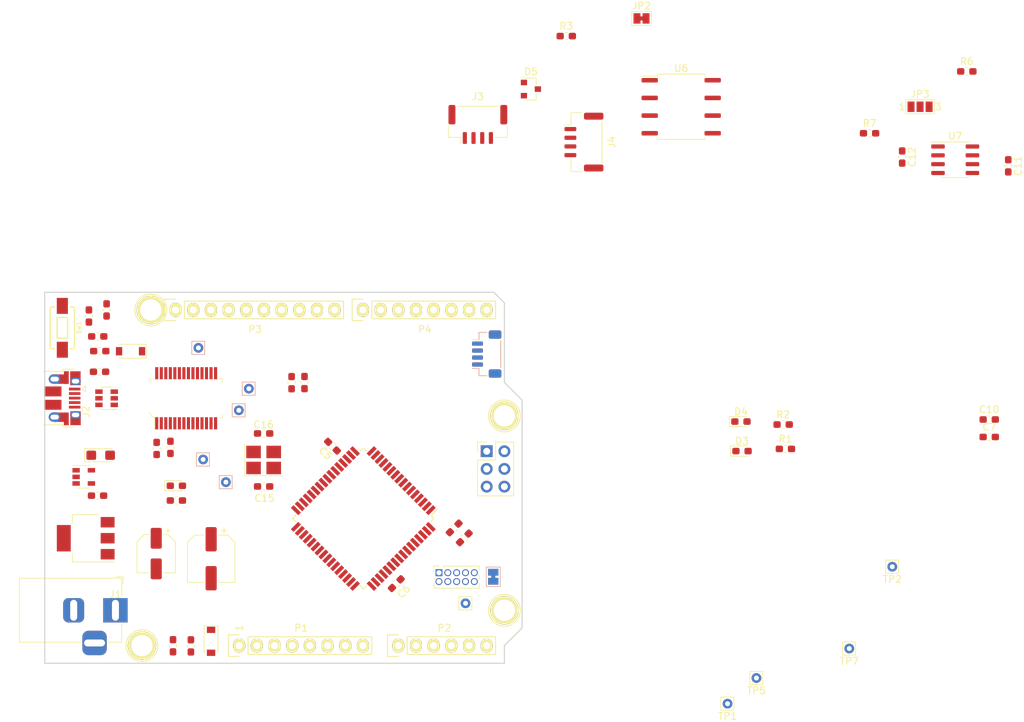
<source format=kicad_pcb>
(kicad_pcb (version 20220211) (generator pcbnew)
  (title_block (date "lun. 30 mars 2015"))
  (layers (0 "F.Cu" signal) (1 "In1.Cu" power) (2 "In2.Cu" power) (31 "B.Cu" signal) (34 "B.Paste" user) (35 "F.Paste" user) (36 "B.SilkS" user "B.Silkscreen") (37 "F.SilkS" user "F.Silkscreen") (38 "B.Mask" user) (39 "F.Mask" user) (44 "Edge.Cuts" user))
  (net 0 "")
  (net 1 "/IOREF")
  (net 2 "+5V")
  (net 3 "GND")
  (net 4 "Net-(P5-Pad1)")
  (net 5 "Net-(P6-Pad1)")
  (net 6 "Net-(P7-Pad1)")
  (net 7 "Net-(P8-Pad1)")
  (net 8 "Net-(P1-Pad1)")
  (net 9 "+3V3")
  (net 10 "Net-(1k1-Pad2)")
  (net 11 "Net-(C1-Pad1)")
  (net 12 "Net-(C3-Pad1)")
  (net 13 "Net-(C7-Pad1)")
  (net 14 "#RST")
  (net 15 "Net-(C8-Pad1)")
  (net 16 "VCC_ex0")
  (net 17 "GND_ex0")
  (net 18 "AVCC")
  (net 19 "XTAL1")
  (net 20 "XTAL2")
  (net 21 "VBUS")
  (net 22 "Net-(D2-Pad2)")
  (net 23 "Net-(D3-Pad1)")
  (net 24 "Net-(D3-Pad2)")
  (net 25 "Net-(D4-Pad1)")
  (net 26 "Net-(D4-Pad2)")
  (net 27 "CANL")
  (net 28 "CANH")
  (net 29 "Net-(F1-Pad1)")
  (net 30 "Net-(F1-Pad2)")
  (net 31 "Net-(F2-Pad2)")
  (net 32 "VIN")
  (net 33 "Net-(J2-Pad6)")
  (net 34 "CONNDM")
  (net 35 "CONNDP")
  (net 36 "Net-(J2-Pad4)")
  (net 37 "VCC_CAN")
  (net 38 "GND_CAN")
  (net 39 "SCL_ex0")
  (net 40 "SDA_ex0")
  (net 41 "TCK_ADC4")
  (net 42 "TDO_ADC6")
  (net 43 "TMS_ADC5")
  (net 44 "Net-(J6-Pad7)")
  (net 45 "TDI_ADC7")
  (net 46 "Net-(J6-Pad8)")
  (net 47 "TXD0_PDO")
  (net 48 "SCK")
  (net 49 "RXD0_PDI")
  (net 50 "Net-(JP2-Pad2)")
  (net 51 "Net-(JP3-Pad3)")
  (net 52 "Net-(JP3-Pad1)")
  (net 53 "ADC0")
  (net 54 "ADC1")
  (net 55 "ADC2")
  (net 56 "ADC3")
  (net 57 "SCL_INT0")
  (net 58 "SDA_INT1")
  (net 59 "AREF")
  (net 60 "MISO")
  (net 61 "MOSI")
  (net 62 "#SS")
  (net 63 "OC1B")
  (net 64 "OC1A")
  (net 65 "XCK0_AIN0")
  (net 66 "OC3A_AIN1")
  (net 67 "OC3B_INT4")
  (net 68 "OC2A")
  (net 69 "OC3C_INT5")
  (net 70 "T3_INT6")
  (net 71 "TXD1_INT3")
  (net 72 "RXD1_INT2")
  (net 73 "Net-(R9-Pad1)")
  (net 74 "USBDP")
  (net 75 "USBDM")
  (net 76 "Net-(TP3-Pad1)")
  (net 77 "Net-(TP5-Pad1)")
  (net 78 "Net-(TP6-Pad1)")
  (net 79 "Net-(TP7-Pad1)")
  (net 80 "Net-(TP8-Pad1)")
  (net 81 "Net-(TP9-Pad1)")
  (net 82 "Net-(U4-Pad6)")
  (net 83 "Net-(U4-Pad8)")
  (net 84 "Net-(U4-Pad9)")
  (net 85 "Net-(U4-Pad10)")
  (net 86 "Net-(U4-Pad24)")
  (net 87 "Net-(U4-Pad27)")
  (net 88 "Net-(U4-Pad28)")
  (net 89 "Net-(U5-Pad1)")
  (net 90 "ICP3_INT7")
  (net 91 "OC0A_OC1C")
  (net 92 "TOSC2")
  (net 93 "TOSC1")
  (net 94 "ICP1")
  (net 95 "TXCAN_XCK1")
  (net 96 "RXCAN_T1")
  (net 97 "T0")
  (net 98 "#WR")
  (net 99 "#RD")
  (net 100 "A8")
  (net 101 "A9")
  (net 102 "A10")
  (net 103 "A11")
  (net 104 "A12")
  (net 105 "A13")
  (net 106 "A14")
  (net 107 "A15_CLKO")
  (net 108 "ALE")
  (net 109 "AD7")
  (net 110 "AD6")
  (net 111 "AD5")
  (net 112 "AD4")
  (net 113 "AD3")
  (net 114 "AD2")
  (net 115 "AD1")
  (net 116 "AD0")
  (footprint "Socket_Arduino_Uno:Socket_Strip_Arduino_1x08" (layer "F.Cu") (at 138.938 123.825)
    (fp_text reference "P1" (at 8.89 -2.54) (layer "F.SilkS"))
    (fp_text value "Power")
    (pad "1" thru_hole oval locked (at 0 0) (size 1.7272 2.032) (drill 1.016) (layers *.Cu *.Mask "F.SilkS") (net 8 "Net-(P1-Pad1)"))
    (pad "2" thru_hole oval locked (at 2.54 0) (size 1.7272 2.032) (drill 1.016) (layers *.Cu *.Mask "F.SilkS") (net 1 "/IOREF"))
    (pad "3" thru_hole oval locked (at 5.08 0) (size 1.7272 2.032) (drill 1.016) (layers *.Cu *.Mask "F.SilkS") (net 14 "#RST"))
    (pad "4" thru_hole oval locked (at 7.62 0) (size 1.7272 2.032) (drill 1.016) (layers *.Cu *.Mask "F.SilkS") (net 9 "+3V3"))
    (pad "5" thru_hole oval locked (at 10.16 0) (size 1.7272 2.032) (drill 1.016) (layers *.Cu *.Mask "F.SilkS") (net 2 "+5V"))
    (pad "6" thru_hole oval locked (at 12.7 0) (size 1.7272 2.032) (drill 1.016) (layers *.Cu *.Mask "F.SilkS") (net 3 "GND"))
    (pad "7" thru_hole oval locked (at 15.24 0) (size 1.7272 2.032) (drill 1.016) (layers *.Cu *.Mask "F.SilkS") (net 3 "GND"))
    (pad "8" thru_hole oval locked (at 17.78 0) (size 1.7272 2.032) (drill 1.016) (layers *.Cu *.Mask "F.SilkS") (net 32 "VIN"))
  )
  (footprint "Socket_Arduino_Uno:Socket_Strip_Arduino_1x06" (layer "F.Cu") (at 161.798 123.825)
    (fp_text reference "P2" (at 6.604 -2.54) (layer "F.SilkS"))
    (fp_text value "Analog")
    (pad "1" thru_hole oval locked (at 0 0) (size 1.7272 2.032) (drill 1.016) (layers *.Cu *.Mask "F.SilkS") (net 53 "ADC0"))
    (pad "2" thru_hole oval locked (at 2.54 0) (size 1.7272 2.032) (drill 1.016) (layers *.Cu *.Mask "F.SilkS") (net 54 "ADC1"))
    (pad "3" thru_hole oval locked (at 5.08 0) (size 1.7272 2.032) (drill 1.016) (layers *.Cu *.Mask "F.SilkS") (net 55 "ADC2"))
    (pad "4" thru_hole oval locked (at 7.62 0) (size 1.7272 2.032) (drill 1.016) (layers *.Cu *.Mask "F.SilkS") (net 56 "ADC3"))
    (pad "5" thru_hole oval locked (at 10.16 0) (size 1.7272 2.032) (drill 1.016) (layers *.Cu *.Mask "F.SilkS") (net 41 "TCK_ADC4"))
    (pad "6" thru_hole oval locked (at 12.7 0) (size 1.7272 2.032) (drill 1.016) (layers *.Cu *.Mask "F.SilkS") (net 43 "TMS_ADC5"))
  )
  (footprint "Socket_Arduino_Uno:Socket_Strip_Arduino_1x10" (layer "F.Cu") (at 129.794 75.565)
    (fp_text reference "P3" (at 11.43 2.794) (layer "F.SilkS"))
    (fp_text value "Digital")
    (pad "1" thru_hole oval locked (at 0 0) (size 1.7272 2.032) (drill 1.016) (layers *.Cu *.Mask "F.SilkS") (net 57 "SCL_INT0"))
    (pad "2" thru_hole oval locked (at 2.54 0) (size 1.7272 2.032) (drill 1.016) (layers *.Cu *.Mask "F.SilkS") (net 58 "SDA_INT1"))
    (pad "3" thru_hole oval locked (at 5.08 0) (size 1.7272 2.032) (drill 1.016) (layers *.Cu *.Mask "F.SilkS") (net 59 "AREF"))
    (pad "4" thru_hole oval locked (at 7.62 0) (size 1.7272 2.032) (drill 1.016) (layers *.Cu *.Mask "F.SilkS") (net 3 "GND"))
    (pad "5" thru_hole oval locked (at 10.16 0) (size 1.7272 2.032) (drill 1.016) (layers *.Cu *.Mask "F.SilkS") (net 48 "SCK"))
    (pad "6" thru_hole oval locked (at 12.7 0) (size 1.7272 2.032) (drill 1.016) (layers *.Cu *.Mask "F.SilkS") (net 60 "MISO"))
    (pad "7" thru_hole oval locked (at 15.24 0) (size 1.7272 2.032) (drill 1.016) (layers *.Cu *.Mask "F.SilkS") (net 61 "MOSI"))
    (pad "8" thru_hole oval locked (at 17.78 0) (size 1.7272 2.032) (drill 1.016) (layers *.Cu *.Mask "F.SilkS") (net 62 "#SS"))
    (pad "9" thru_hole oval locked (at 20.32 0) (size 1.7272 2.032) (drill 1.016) (layers *.Cu *.Mask "F.SilkS") (net 63 "OC1B"))
    (pad "10" thru_hole oval locked (at 22.86 0) (size 1.7272 2.032) (drill 1.016) (layers *.Cu *.Mask "F.SilkS") (net 64 "OC1A"))
  )
  (footprint "Socket_Arduino_Uno:Socket_Strip_Arduino_1x08" (layer "F.Cu") (at 156.718 75.565)
    (fp_text reference "P4" (at 8.89 2.794) (layer "F.SilkS"))
    (fp_text value "Digital")
    (pad "1" thru_hole oval locked (at 0 0) (size 1.7272 2.032) (drill 1.016) (layers *.Cu *.Mask "F.SilkS") (net 65 "XCK0_AIN0"))
    (pad "2" thru_hole oval locked (at 2.54 0) (size 1.7272 2.032) (drill 1.016) (layers *.Cu *.Mask "F.SilkS") (net 66 "OC3A_AIN1"))
    (pad "3" thru_hole oval locked (at 5.08 0) (size 1.7272 2.032) (drill 1.016) (layers *.Cu *.Mask "F.SilkS") (net 67 "OC3B_INT4"))
    (pad "4" thru_hole oval locked (at 7.62 0) (size 1.7272 2.032) (drill 1.016) (layers *.Cu *.Mask "F.SilkS") (net 68 "OC2A"))
    (pad "5" thru_hole oval locked (at 10.16 0) (size 1.7272 2.032) (drill 1.016) (layers *.Cu *.Mask "F.SilkS") (net 69 "OC3C_INT5"))
    (pad "6" thru_hole oval locked (at 12.7 0) (size 1.7272 2.032) (drill 1.016) (layers *.Cu *.Mask "F.SilkS") (net 70 "T3_INT6"))
    (pad "7" thru_hole oval locked (at 15.24 0) (size 1.7272 2.032) (drill 1.016) (layers *.Cu *.Mask "F.SilkS") (net 71 "TXD1_INT3"))
    (pad "8" thru_hole oval locked (at 17.78 0) (size 1.7272 2.032) (drill 1.016) (layers *.Cu *.Mask "F.SilkS") (net 72 "RXD1_INT2"))
  )
  (footprint "Socket_Arduino_Uno:Arduino_1pin" (layer "F.Cu") (at 124.968 123.825)
    (fp_text reference "P5" hide)
    (fp_text value "CONN_01X01" hide)
    (pad "1" thru_hole circle locked (at 0 0) (size 4.064 4.064) (drill 3.048) (layers *.Cu *.Mask "F.SilkS") (net 4 "Net-(P5-Pad1)"))
  )
  (footprint "Socket_Arduino_Uno:Arduino_1pin" (layer "F.Cu") (at 177.038 118.745)
    (fp_text reference "P6" hide)
    (fp_text value "CONN_01X01" hide)
    (pad "1" thru_hole circle locked (at 0 0) (size 4.064 4.064) (drill 3.048) (layers *.Cu *.Mask "F.SilkS") (net 5 "Net-(P6-Pad1)"))
  )
  (footprint "Socket_Arduino_Uno:Arduino_1pin" (layer "F.Cu") (at 126.238 75.565)
    (fp_text reference "P7" hide)
    (fp_text value "CONN_01X01" hide)
    (pad "1" thru_hole circle locked (at 0 0) (size 4.064 4.064) (drill 3.048) (layers *.Cu *.Mask "F.SilkS") (net 6 "Net-(P7-Pad1)"))
  )
  (footprint "Socket_Arduino_Uno:Arduino_1pin" (layer "F.Cu") (at 177.038 90.805)
    (fp_text reference "P8" hide)
    (fp_text value "CONN_01X01" hide)
    (pad "1" thru_hole circle locked (at 0 0) (size 4.064 4.064) (drill 3.048) (layers *.Cu *.Mask "F.SilkS") (net 7 "Net-(P8-Pad1)"))
  )
  (footprint "Resistor_SMD:R_0603_1608Metric_Pad1.05x0.95mm_HandSolder" (layer "F.Cu") (at 129.913 102.965)
    (fp_text reference "1k1" hide)
    (fp_text value "R_Small" hide)
    (pad "1" smd roundrect locked (at -0.875 0) (size 1.05 0.95) (layers "F.Cu" "F.Paste" "F.Mask") (net 2 "+5V"))
    (pad "2" smd roundrect locked (at 0.875 0) (size 1.05 0.95) (layers "F.Cu" "F.Paste" "F.Mask") (net 10 "Net-(1k1-Pad2)"))
  )
  (footprint "Capacitor_SMD:CP_Elec_5x5.4" (layer "F.Cu") (at 127.018 110.595 -90)
    (fp_text reference "C2" hide)
    (fp_text value "47uF" hide)
    (pad "1" smd roundrect locked (at -2.2 0 270) (size 3 1.6) (layers "F.Cu" "F.Paste" "F.Mask") (roundrect_rratio 0.15625) (net 2 "+5V"))
    (pad "2" smd roundrect locked (at 2.2 0 270) (size 3 1.6) (layers "F.Cu" "F.Paste" "F.Mask") (roundrect_rratio 0.15625) (net 3 "GND"))
  )
  (footprint "Capacitor_SMD:C_0603_1608Metric_Pad1.05x0.95mm_HandSolder" (layer "F.Cu") (at 118.588 102.265)
    (fp_text reference "C3" hide)
    (fp_text value "470pF" hide)
    (pad "1" smd roundrect locked (at -0.875 0) (size 1.05 0.95) (layers "F.Cu" "F.Paste" "F.Mask") (net 12 "Net-(C3-Pad1)"))
    (pad "2" smd roundrect locked (at 0.875 0) (size 1.05 0.95) (layers "F.Cu" "F.Paste" "F.Mask") (net 3 "GND"))
  )
  (footprint "Capacitor_SMD:C_0603_1608Metric_Pad1.05x0.95mm_HandSolder" (layer "F.Cu") (at 152.338 95.155 135)
    (fp_text reference "C5" (at 0 -1.43 135) (layer "F.SilkS"))
    (fp_text value "33nF" hide)
    (pad "1" smd roundrect locked (at -0.875 0 135) (size 1.05 0.95) (layers "F.Cu" "F.Paste" "F.Mask") (net 2 "+5V"))
    (pad "2" smd roundrect locked (at 0.875 0 135) (size 1.05 0.95) (layers "F.Cu" "F.Paste" "F.Mask") (net 3 "GND"))
  )
  (footprint "Capacitor_SMD:C_0603_1608Metric_Pad1.05x0.95mm_HandSolder" (layer "F.Cu") (at 161.508 114.915 45)
    (fp_text reference "C6" (at -0.049497 1.576848 45) (layer "F.SilkS"))
    (fp_text value "33nF" hide)
    (pad "1" smd roundrect locked (at -0.875 0 45) (size 1.05 0.95) (layers "F.Cu" "F.Paste" "F.Mask") (net 2 "+5V"))
    (pad "2" smd roundrect locked (at 0.875 0 45) (size 1.05 0.95) (layers "F.Cu" "F.Paste" "F.Mask") (net 3 "GND"))
  )
  (footprint "Capacitor_SMD:C_0603_1608Metric_Pad1.05x0.95mm_HandSolder" (layer "F.Cu") (at 246.693001 93.830001)
    (fp_text reference "C7" (at 0 -1.43) (layer "F.SilkS"))
    (fp_text value "100nF")
    (pad "1" smd roundrect locked (at -0.875 0) (size 1.05 0.95) (layers "F.Cu" "F.Paste" "F.Mask") (net 13 "Net-(C7-Pad1)"))
    (pad "2" smd roundrect locked (at 0.875 0) (size 1.05 0.95) (layers "F.Cu" "F.Paste" "F.Mask") (net 3 "GND"))
  )
  (footprint "Capacitor_SMD:C_0603_1608Metric_Pad1.05x0.95mm_HandSolder" (layer "F.Cu") (at 127.078 95.48 -90)
    (fp_text reference "C8" hide)
    (fp_text value "100nF" hide)
    (pad "1" smd roundrect locked (at -0.875 0 270) (size 1.05 0.95) (layers "F.Cu" "F.Paste" "F.Mask") (net 15 "Net-(C8-Pad1)"))
    (pad "2" smd roundrect locked (at 0.875 0 270) (size 1.05 0.95) (layers "F.Cu" "F.Paste" "F.Mask") (net 14 "#RST"))
  )
  (footprint "Capacitor_SMD:C_0603_1608Metric_Pad1.05x0.95mm_HandSolder" (layer "F.Cu") (at 129.058 95.32 -90)
    (fp_text reference "C9" hide)
    (fp_text value "100nF" hide)
    (pad "1" smd roundrect locked (at -0.875 0 270) (size 1.05 0.95) (layers "F.Cu" "F.Paste" "F.Mask") (net 2 "+5V"))
    (pad "2" smd roundrect locked (at 0.875 0 270) (size 1.05 0.95) (layers "F.Cu" "F.Paste" "F.Mask") (net 3 "GND"))
  )
  (footprint "Capacitor_SMD:C_0603_1608Metric_Pad1.05x0.95mm_HandSolder" (layer "F.Cu") (at 246.693001 91.320001)
    (fp_text reference "C10" (at 0 -1.43) (layer "F.SilkS"))
    (fp_text value "4.7uF")
    (pad "1" smd roundrect locked (at -0.875 0) (size 1.05 0.95) (layers "F.Cu" "F.Paste" "F.Mask") (net 2 "+5V"))
    (pad "2" smd roundrect locked (at 0.875 0) (size 1.05 0.95) (layers "F.Cu" "F.Paste" "F.Mask") (net 3 "GND"))
  )
  (footprint "Capacitor_SMD:C_0603_1608Metric_Pad1.05x0.95mm_HandSolder" (layer "F.Cu") (at 249.428 54.85 -90)
    (fp_text reference "C11" (at 0 -1.43 90) (layer "F.SilkS"))
    (fp_text value "100nF")
    (pad "1" smd roundrect locked (at -0.875 0 270) (size 1.05 0.95) (layers "F.Cu" "F.Paste" "F.Mask") (net 2 "+5V"))
    (pad "2" smd roundrect locked (at 0.875 0 270) (size 1.05 0.95) (layers "F.Cu" "F.Paste" "F.Mask") (net 3 "GND"))
  )
  (footprint "Capacitor_SMD:C_0603_1608Metric_Pad1.05x0.95mm_HandSolder" (layer "F.Cu") (at 118.618 79.375)
    (fp_text reference "C13" hide)
    (fp_text value "4.7n" hide)
    (pad "1" smd roundrect locked (at -0.875 0) (size 1.05 0.95) (layers "F.Cu" "F.Paste" "F.Mask") (net 14 "#RST"))
    (pad "2" smd roundrect locked (at 0.875 0) (size 1.05 0.95) (layers "F.Cu" "F.Paste" "F.Mask") (net 3 "GND"))
  )
  (footprint "Capacitor_SMD:C_0603_1608Metric_Pad1.05x0.95mm_HandSolder" (layer "F.Cu") (at 169.829282 106.903718 45)
    (fp_text reference "C14" hide)
    (fp_text value "100nF" hide)
    (pad "1" smd roundrect locked (at -0.875 0 45) (size 1.05 0.95) (layers "F.Cu" "F.Paste" "F.Mask") (net 18 "AVCC"))
    (pad "2" smd roundrect locked (at 0.875 0 45) (size 1.05 0.95) (layers "F.Cu" "F.Paste" "F.Mask") (net 3 "GND"))
  )
  (footprint "Capacitor_SMD:C_0603_1608Metric_Pad1.05x0.95mm_HandSolder" (layer "F.Cu") (at 142.448 93.325 180)
    (fp_text reference "C16" (at 0 1.27) (layer "F.SilkS"))
    (fp_text value "12pF" hide)
    (pad "1" smd roundrect locked (at -0.875 0 180) (size 1.05 0.95) (layers "F.Cu" "F.Paste" "F.Mask") (net 20 "XTAL2"))
    (pad "2" smd roundrect locked (at 0.875 0 180) (size 1.05 0.95) (layers "F.Cu" "F.Paste" "F.Mask") (net 3 "GND"))
  )
  (footprint "Diode_SMD:D_SOD-123" (layer "F.Cu") (at 134.898 123.205 -90)
    (fp_text reference "D2" hide)
    (fp_text value "D_Schottky_Small" hide)
    (pad "1" smd rect locked (at -1.65 0 270) (size 0.9 1.2) (layers "F.Cu" "F.Paste" "F.Mask") (net 11 "Net-(C1-Pad1)"))
    (pad "2" smd rect locked (at 1.65 0 270) (size 0.9 1.2) (layers "F.Cu" "F.Paste" "F.Mask") (net 22 "Net-(D2-Pad2)"))
  )
  (footprint "LED_SMD:LED_0603_1608Metric_Pad1.05x0.95mm_HandSolder" (layer "F.Cu") (at 211.178001 95.860001)
    (fp_text reference "D3" (at 0 -1.43) (layer "F.SilkS"))
    (fp_text value "LED_Small")
    (pad "1" smd roundrect locked (at -0.875 0) (size 1.05 0.95) (layers "F.Cu" "F.Paste" "F.Mask") (net 23 "Net-(D3-Pad1)"))
    (pad "2" smd roundrect locked (at 0.875 0) (size 1.05 0.95) (layers "F.Cu" "F.Paste" "F.Mask") (net 24 "Net-(D3-Pad2)"))
  )
  (footprint "Package_TO_SOT_SMD:SOT-23" (layer "F.Cu") (at 180.848 43.815)
    (fp_text reference "D5" (at 0 -2.5) (layer "F.SilkS"))
    (fp_text value "NUP2105L")
    (pad "1" smd rect locked (at -1 -0.95) (size 0.9 0.8) (layers "F.Cu" "F.Paste" "F.Mask") (net 27 "CANL"))
    (pad "2" smd rect locked (at -1 0.95) (size 0.9 0.8) (layers "F.Cu" "F.Paste" "F.Mask") (net 28 "CANH"))
    (pad "3" smd rect locked (at 1 0) (size 0.9 0.8) (layers "F.Cu" "F.Paste" "F.Mask") (net 3 "GND"))
  )
  (footprint "LED_SMD:LED_0603_1608Metric_Pad1.05x0.95mm_HandSolder" (layer "F.Cu") (at 129.913 100.845)
    (fp_text reference "D6" hide)
    (fp_text value "LED_Small" hide)
    (pad "1" smd roundrect locked (at -0.875 0) (size 1.05 0.95) (layers "F.Cu" "F.Paste" "F.Mask") (net 3 "GND"))
    (pad "2" smd roundrect locked (at 0.875 0) (size 1.05 0.95) (layers "F.Cu" "F.Paste" "F.Mask") (net 10 "Net-(1k1-Pad2)"))
  )
  (footprint "Fuse:Fuse_0603_1608Metric_Pad1.05x0.95mm_HandSolder" (layer "F.Cu") (at 118.873 84.455)
    (fp_text reference "F1" hide)
    (fp_text value "200mA" hide)
    (pad "1" smd roundrect locked (at -0.875 0) (size 1.05 0.95) (layers "F.Cu" "F.Paste" "F.Mask") (net 29 "Net-(F1-Pad1)"))
    (pad "2" smd roundrect locked (at 0.875 0) (size 1.05 0.95) (layers "F.Cu" "F.Paste" "F.Mask") (net 30 "Net-(F1-Pad2)"))
  )
  (footprint "Fuse:Fuse_0603_1608Metric_Pad1.05x0.95mm_HandSolder" (layer "F.Cu") (at 129.428 123.845 -90)
    (fp_text reference "F2" hide)
    (fp_text value "500mA" hide)
    (pad "1" smd roundrect locked (at -0.875 0 270) (size 1.05 0.95) (layers "F.Cu" "F.Paste" "F.Mask") (net 32 "VIN"))
    (pad "2" smd roundrect locked (at 0.875 0 270) (size 1.05 0.95) (layers "F.Cu" "F.Paste" "F.Mask") (net 31 "Net-(F2-Pad2)"))
  )
  (footprint "Inductor_SMD:L_0603_1608Metric_Pad1.05x0.95mm_HandSolder" (layer "F.Cu") (at 118.903 81.485 180)
    (fp_text reference "FB1" hide)
    (fp_text value "Ferrite_Bead_Small" hide)
    (pad "1" smd roundrect locked (at -0.875 0 180) (size 1.05 0.95) (layers "F.Cu" "F.Paste" "F.Mask") (net 21 "VBUS"))
    (pad "2" smd roundrect locked (at 0.875 0 180) (size 1.05 0.95) (layers "F.Cu" "F.Paste" "F.Mask") (net 30 "Net-(F1-Pad2)"))
  )
  (footprint "Inductor_SMD:L_0603_1608Metric_Pad1.05x0.95mm_HandSolder" (layer "F.Cu") (at 131.998 123.865 -90)
    (fp_text reference "FB2" hide)
    (fp_text value "Ferrite_Bead_Small" hide)
    (pad "1" smd roundrect locked (at -0.875 0 270) (size 1.05 0.95) (layers "F.Cu" "F.Paste" "F.Mask") (net 22 "Net-(D2-Pad2)"))
    (pad "2" smd roundrect locked (at 0.875 0 270) (size 1.05 0.95) (layers "F.Cu" "F.Paste" "F.Mask") (net 31 "Net-(F2-Pad2)"))
  )
  (footprint "Connector_BarrelJack:BarrelJack_Horizontal" (layer "F.Cu") (at 121.158 118.745)
    (fp_text reference "J1" (at 0 -2.3) (layer "F.SilkS"))
    (fp_text value "Barrel_Jack_Switch")
    (pad "1" thru_hole rect locked (at 0 0) (size 3.5 3.5) (drill oval 1 3) (layers *.Cu *.Mask) (net 32 "VIN"))
    (pad "2" thru_hole roundrect locked (at -6 0) (size 3 3.5) (drill oval 1 3) (layers *.Cu *.Mask) (net 3 "GND"))
    (pad "3" thru_hole roundrect locked (at -3 4.7) (size 3.5 3.5) (drill oval 3 1) (layers *.Cu *.Mask))
  )
  (footprint "Connector_USB:USB_Micro-B_Amphenol_10103594-0001LF_Horizontal" (layer "F.Cu") (at 113.538 88.265 -90)
    (fp_text reference "J2" (at 1.925 -3.365 90) (layer "F.SilkS"))
    (fp_text value "USB_B_Micro" hide)
    (pad "1" smd rect locked (at -1.325 -1.765) (size 1.65 0.4) (layers "F.Cu" "F.Paste" "F.Mask") (net 29 "Net-(F1-Pad1)"))
    (pad "2" smd rect locked (at -0.675 -1.765) (size 1.65 0.4) (layers "F.Cu" "F.Paste" "F.Mask") (net 34 "CONNDM"))
    (pad "3" smd rect locked (at -0.025 -1.765) (size 1.65 0.4) (layers "F.Cu" "F.Paste" "F.Mask") (net 35 "CONNDP"))
    (pad "4" smd rect locked (at 0.625 -1.765) (size 1.65 0.4) (layers "F.Cu" "F.Paste" "F.Mask") (net 36 "Net-(J2-Pad4)"))
    (pad "5" smd rect locked (at 1.275 -1.765) (size 1.65 0.4) (layers "F.Cu" "F.Paste" "F.Mask") (net 3 "GND"))
    (pad "6" smd rect locked (at -2.975 -0.565 270) (size 1.825 0.7) (layers "F.Cu" "F.Paste" "F.Mask") (net 33 "Net-(J2-Pad6)"))
    (pad "6" smd rect locked (at -2.875 -1.865 270) (size 2 1.5) (layers "F.Cu" "F.Paste" "F.Mask") (net 33 "Net-(J2-Pad6)"))
    (pad "6" smd rect locked (at -2.755 0.185 270) (size 1.35 2) (layers "F.Cu" "F.Paste" "F.Mask") (net 33 "Net-(J2-Pad6)"))
    (pad "6" thru_hole oval locked (at -2.755 1.115) (size 1.7 1.35) (drill oval 1.2 0.7) (layers *.Cu *.Mask) (net 33 "Net-(J2-Pad6)"))
    (pad "6" thru_hole oval locked (at -2.445 -1.885) (size 1.5 1.1) (drill oval 1.05 0.65) (layers *.Cu *.Mask) (net 33 "Net-(J2-Pad6)"))
    (pad "6" smd rect locked (at -0.985 1.385) (size 2.5 1.43) (layers "F.Cu" "F.Paste" "F.Mask") (net 33 "Net-(J2-Pad6)"))
    (pad "6" smd rect locked (at 0.935 1.385) (size 2.5 1.43) (layers "F.Cu" "F.Paste" "F.Mask") (net 33 "Net-(J2-Pad6)"))
    (pad "6" thru_hole oval locked (at 2.395 -1.885) (size 1.5 1.1) (drill oval 1.05 0.65) (layers *.Cu *.Mask) (net 33 "Net-(J2-Pad6)"))
    (pad "6" thru_hole oval locked (at 2.705 1.115) (size 1.7 1.35) (drill oval 1.2 0.7) (layers *.Cu *.Mask) (net 33 "Net-(J2-Pad6)"))
    (pad "6" smd rect locked (at 2.725 0.185 270) (size 1.35 2) (layers "F.Cu" "F.Paste" "F.Mask") (net 33 "Net-(J2-Pad6)"))
    (pad "6" smd rect locked (at 2.875 -1.885 270) (size 2 1.5) (layers "F.Cu" "F.Paste" "F.Mask") (net 33 "Net-(J2-Pad6)"))
    (pad "6" smd rect locked (at 2.975 -0.565 270) (size 1.825 0.7) (layers "F.Cu" "F.Paste" "F.Mask") (net 33 "Net-(J2-Pad6)"))
  )
  (footprint "Connector_PinSocket_1.27mm:PinSocket_2x05_P1.27mm_Vertical" (layer "F.Cu") (at 167.638 113.345 90)
    (fp_text reference "J6" hide)
    (fp_text value "AVR-JTAG-10" hide)
    (pad "1" thru_hole rect locked (at 0 0 90) (size 1 1) (drill 0.7) (layers *.Cu *.Mask) (net 41 "TCK_ADC4"))
    (pad "2" thru_hole oval locked (at -1.27 0 90) (size 1 1) (drill 0.7) (layers *.Cu *.Mask) (net 3 "GND"))
    (pad "3" thru_hole oval locked (at 0 1.27 90) (size 1 1) (drill 0.7) (layers *.Cu *.Mask) (net 42 "TDO_ADC6"))
    (pad "4" thru_hole oval locked (at -1.27 1.27 90) (size 1 1) (drill 0.7) (layers *.Cu *.Mask) (net 2 "+5V"))
    (pad "5" thru_hole oval locked (at 0 2.54 90) (size 1 1) (drill 0.7) (layers *.Cu *.Mask) (net 43 "TMS_ADC5"))
    (pad "6" thru_hole oval locked (at -1.27 2.54 90) (size 1 1) (drill 0.7) (layers *.Cu *.Mask) (net 14 "#RST"))
    (pad "7" thru_hole oval locked (at 0 3.81 90) (size 1 1) (drill 0.7) (layers *.Cu *.Mask) (net 44 "Net-(J6-Pad7)"))
    (pad "8" thru_hole oval locked (at -1.27 3.81 90) (size 1 1) (drill 0.7) (layers *.Cu *.Mask) (net 46 "Net-(J6-Pad8)"))
    (pad "9" thru_hole oval locked (at 0 5.08 90) (size 1 1) (drill 0.7) (layers *.Cu *.Mask) (net 45 "TDI_ADC7"))
    (pad "10" thru_hole oval locked (at -1.27 5.08 90) (size 1 1) (drill 0.7) (layers *.Cu *.Mask) (net 3 "GND"))
  )
  (footprint "Jumper:SolderJumper-2_P1.3mm_Bridged_Pad1.0x1.5mm" (layer "F.Cu") (at 196.738 33.655)
    (fp_text reference "JP2" (at 0 -1.8) (layer "F.SilkS"))
    (fp_text value "SolderJumper_2_Bridged")
    (fp_poly (pts (xy -0.25 -0.3) (xy 0.25 -0.3) (xy 0.25 0.3) (xy -0.25 0.3)) (fill solid) (layer "F.Cu"))
    (pad "1" smd rect locked (at -0.65 0) (size 1 1.5) (layers "F.Cu" "F.Mask") (net 28 "CANH"))
    (pad "2" smd rect locked (at 0.65 0) (size 1 1.5) (layers "F.Cu" "F.Mask") (net 50 "Net-(JP2-Pad2)"))
  )
  (footprint "Jumper:SolderJumper-3_P1.3mm_Open_Pad1.0x1.5mm_NumberLabels" (layer "F.Cu") (at 236.758 46.355)
    (fp_text reference "JP3" (at 0 -1.8) (layer "F.SilkS"))
    (fp_text value "SolderJumper_3_Open")
    (fp_text user "1" (at -2.6 0) (layer "F.SilkS"))
    (fp_text user "3" (at 2.6 0) (layer "F.SilkS"))
    (pad "1" smd rect locked (at -1.3 0) (size 1 1.5) (layers "F.Cu" "F.Mask") (net 52 "Net-(JP3-Pad1)"))
    (pad "2" smd rect locked (at 0 0) (size 1 1.5) (layers "F.Cu" "F.Mask") (net 16 "VCC_ex0"))
    (pad "3" smd rect locked (at 1.3 0) (size 1 1.5) (layers "F.Cu" "F.Mask") (net 51 "Net-(JP3-Pad3)"))
  )
  (footprint "Inductor_SMD:L_0603_1608Metric_Pad1.05x0.95mm_HandSolder" (layer "F.Cu") (at 171.278 108.335 -135)
    (fp_text reference "L1" hide)
    (fp_text value "10uH" hide)
    (pad "1" smd roundrect locked (at -0.875 0 225) (size 1.05 0.95) (layers "F.Cu" "F.Paste" "F.Mask") (net 2 "+5V"))
    (pad "2" smd roundrect locked (at 0.875 0 225) (size 1.05 0.95) (layers "F.Cu" "F.Paste" "F.Mask") (net 18 "AVCC"))
  )
  (footprint "Resistor_SMD:R_0603_1608Metric_Pad1.05x0.95mm_HandSolder" (layer "F.Cu") (at 217.413 95.545)
    (fp_text reference "R1" (at 0 -1.43) (layer "F.SilkS"))
    (fp_text value "1k")
    (pad "1" smd roundrect locked (at -0.875 0) (size 1.05 0.95) (layers "F.Cu" "F.Paste" "F.Mask") (net 2 "+5V"))
    (pad "2" smd roundrect locked (at 0.875 0) (size 1.05 0.95) (layers "F.Cu" "F.Paste" "F.Mask") (net 24 "Net-(D3-Pad2)"))
  )
  (footprint "Resistor_SMD:R_0603_1608Metric_Pad1.05x0.95mm_HandSolder" (layer "F.Cu") (at 217.088 92.045)
    (fp_text reference "R2" (at 0 -1.43) (layer "F.SilkS"))
    (fp_text value "1k")
    (pad "1" smd roundrect locked (at -0.875 0) (size 1.05 0.95) (layers "F.Cu" "F.Paste" "F.Mask") (net 2 "+5V"))
    (pad "2" smd roundrect locked (at 0.875 0) (size 1.05 0.95) (layers "F.Cu" "F.Paste" "F.Mask") (net 26 "Net-(D4-Pad2)"))
  )
  (footprint "Resistor_SMD:R_0603_1608Metric_Pad1.05x0.95mm_HandSolder" (layer "F.Cu") (at 185.928 36.195)
    (fp_text reference "R3" (at 0 -1.43) (layer "F.SilkS"))
    (fp_text value "120R")
    (pad "1" smd roundrect locked (at -0.875 0) (size 1.05 0.95) (layers "F.Cu" "F.Paste" "F.Mask") (net 50 "Net-(JP2-Pad2)"))
    (pad "2" smd roundrect locked (at 0.875 0) (size 1.05 0.95) (layers "F.Cu" "F.Paste" "F.Mask") (net 27 "CANL"))
  )
  (footprint "Resistor_SMD:R_0603_1608Metric_Pad1.05x0.95mm_HandSolder" (layer "F.Cu") (at 148.318 86.01 -90)
    (fp_text reference "R4" hide)
    (fp_text value "1k5" hide)
    (pad "1" smd roundrect locked (at -0.875 0 270) (size 1.05 0.95) (layers "F.Cu" "F.Paste" "F.Mask") (net 2 "+5V"))
    (pad "2" smd roundrect locked (at 0.875 0 270) (size 1.05 0.95) (layers "F.Cu" "F.Paste" "F.Mask") (net 57 "SCL_INT0"))
  )
  (footprint "Resistor_SMD:R_0603_1608Metric_Pad1.05x0.95mm_HandSolder" (layer "F.Cu") (at 146.468 86.025 -90)
    (fp_text reference "R5" hide)
    (fp_text value "1k5" hide)
    (pad "1" smd roundrect locked (at -0.875 0 270) (size 1.05 0.95) (layers "F.Cu" "F.Paste" "F.Mask") (net 2 "+5V"))
    (pad "2" smd roundrect locked (at 0.875 0 270) (size 1.05 0.95) (layers "F.Cu" "F.Paste" "F.Mask") (net 58 "SDA_INT1"))
  )
  (footprint "Resistor_SMD:R_0603_1608Metric_Pad1.05x0.95mm_HandSolder" (layer "F.Cu") (at 243.473 41.275)
    (fp_text reference "R6" (at 0 -1.43) (layer "F.SilkS"))
    (fp_text value "1k5")
    (pad "1" smd roundrect locked (at -0.875 0) (size 1.05 0.95) (layers "F.Cu" "F.Paste" "F.Mask") (net 51 "Net-(JP3-Pad3)"))
    (pad "2" smd roundrect locked (at 0.875 0) (size 1.05 0.95) (layers "F.Cu" "F.Paste" "F.Mask") (net 39 "SCL_ex0"))
  )
  (footprint "Resistor_SMD:R_0603_1608Metric_Pad1.05x0.95mm_HandSolder" (layer "F.Cu") (at 229.503 50.165)
    (fp_text reference "R7" (at 0 -1.43) (layer "F.SilkS"))
    (fp_text value "1k5")
    (pad "1" smd roundrect locked (at -0.875 0) (size 1.05 0.95) (layers "F.Cu" "F.Paste" "F.Mask") (net 40 "SDA_ex0"))
    (pad "2" smd roundrect locked (at 0.875 0) (size 1.05 0.95) (layers "F.Cu" "F.Paste" "F.Mask") (net 52 "Net-(JP3-Pad1)"))
  )
  (footprint "Resistor_SMD:R_0603_1608Metric_Pad1.05x0.95mm_HandSolder" (layer "F.Cu") (at 119.888 75.565 -90)
    (fp_text reference "R8" hide)
    (fp_text value "10k" hide)
    (pad "1" smd roundrect locked (at -0.875 0 270) (size 1.05 0.95) (layers "F.Cu" "F.Paste" "F.Mask") (net 2 "+5V"))
    (pad "2" smd roundrect locked (at 0.875 0 270) (size 1.05 0.95) (layers "F.Cu" "F.Paste" "F.Mask") (net 14 "#RST"))
  )
  (footprint "Resistor_SMD:R_0603_1608Metric_Pad1.05x0.95mm_HandSolder" (layer "F.Cu") (at 117.348 76.44 -90)
    (fp_text reference "R9" hide)
    (fp_text value "330R" hide)
    (pad "1" smd roundrect locked (at -0.875 0 270) (size 1.05 0.95) (layers "F.Cu" "F.Paste" "F.Mask") (net 73 "Net-(R9-Pad1)"))
    (pad "2" smd roundrect locked (at 0.875 0 270) (size 1.05 0.95) (layers "F.Cu" "F.Paste" "F.Mask") (net 14 "#RST"))
  )
  (footprint "Connector_Pin:Pin_D0.7mm_L6.5mm_W1.8mm_FlatFork" (layer "F.Cu") (at 209.098 132.175)
    (fp_text reference "TP1" (at 0 1.8) (layer "F.SilkS"))
    (fp_text value "TestPoint")
    (pad "1" thru_hole circle locked (at 0 0) (size 1.4 1.4) (drill 0.7) (layers *.Cu *.Mask) (net 74 "USBDP"))
  )
  (footprint "Connector_Pin:Pin_D0.7mm_L6.5mm_W1.8mm_FlatFork" (layer "F.Cu") (at 232.768 112.485)
    (fp_text reference "TP2" (at 0 1.8) (layer "F.SilkS"))
    (fp_text value "TestPoint")
    (pad "1" thru_hole circle locked (at 0 0) (size 1.4 1.4) (drill 0.7) (layers *.Cu *.Mask) (net 75 "USBDM"))
  )
  (footprint "Connector_Pin:Pin_D0.7mm_L6.5mm_W1.8mm_FlatFork" (layer "F.Cu") (at 213.248 128.485)
    (fp_text reference "TP5" (at 0 1.8) (layer "F.SilkS"))
    (fp_text value "TestPoint")
    (pad "1" thru_hole circle locked (at 0 0) (size 1.4 1.4) (drill 0.7) (layers *.Cu *.Mask) (net 77 "Net-(TP5-Pad1)"))
  )
  (footprint "Connector_Pin:Pin_D0.7mm_L6.5mm_W1.8mm_FlatFork" (layer "F.Cu") (at 226.588 124.245)
    (fp_text reference "TP7" (at 0 1.8) (layer "F.SilkS"))
    (fp_text value "TestPoint")
    (pad "1" thru_hole circle locked (at 0 0) (size 1.4 1.4) (drill 0.7) (layers *.Cu *.Mask) (net 79 "Net-(TP7-Pad1)"))
  )
  (footprint "Connector_Pin:Pin_D0.7mm_L6.5mm_W1.8mm_FlatFork" (layer "F.Cu") (at 171.458 117.745)
    (fp_text reference "TP10" hide)
    (fp_text value "TestPoint" hide)
    (pad "1" thru_hole circle locked (at 0 0) (size 1.4 1.4) (drill 0.7) (layers *.Cu *.Mask) (net 46 "Net-(J6-Pad8)"))
  )
  (footprint "Package_TO_SOT_SMD:SOT-23-5" (layer "F.Cu") (at 116.608 99.565)
    (fp_text reference "U2" hide)
    (fp_text value "MIC5205-3.3YM5" hide)
    (pad "1" smd rect locked (at -1.1 -0.95) (size 1.06 0.65) (layers "F.Cu" "F.Paste" "F.Mask") (net 2 "+5V"))
    (pad "2" smd rect locked (at -1.1 0) (size 1.06 0.65) (layers "F.Cu" "F.Paste" "F.Mask") (net 3 "GND"))
    (pad "3" smd rect locked (at -1.1 0.95) (size 1.06 0.65) (layers "F.Cu" "F.Paste" "F.Mask") (net 2 "+5V"))
    (pad "4" smd rect locked (at 1.1 0.95) (size 1.06 0.65) (layers "F.Cu" "F.Paste" "F.Mask") (net 12 "Net-(C3-Pad1)"))
    (pad "5" smd rect locked (at 1.1 -0.95) (size 1.06 0.65) (layers "F.Cu" "F.Paste" "F.Mask") (net 9 "+3V3"))
  )
  (footprint "digikey-footprints:SSOP-28_W5.30mm" (layer "F.Cu") (at 131.318 88.265)
    (fp_text reference "U4" hide)
    (fp_text value "FT232RL-REEL" hide)
    (pad "1" smd rect locked (at -4.225 3.6) (size 0.45 1.75) (layers "F.Cu" "F.Paste" "F.Mask") (net 49 "RXD0_PDI"))
    (pad "2" smd rect locked (at -3.575 3.6) (size 0.45 1.75) (layers "F.Cu" "F.Paste" "F.Mask") (net 15 "Net-(C8-Pad1)"))
    (pad "3" smd rect locked (at -2.925 3.6) (size 0.45 1.75) (layers "F.Cu" "F.Paste" "F.Mask") (net 77 "Net-(TP5-Pad1)"))
    (pad "4" smd rect locked (at -2.275 3.6) (size 0.45 1.75) (layers "F.Cu" "F.Paste" "F.Mask") (net 2 "+5V"))
    (pad "5" smd rect locked (at -1.625 3.6) (size 0.45 1.75) (layers "F.Cu" "F.Paste" "F.Mask") (net 47 "TXD0_PDO"))
    (pad "6" smd rect locked (at -0.975 3.6) (size 0.45 1.75) (layers "F.Cu" "F.Paste" "F.Mask") (net 82 "Net-(U4-Pad6)"))
    (pad "7" smd rect locked (at -0.325 3.6) (size 0.45 1.75) (layers "F.Cu" "F.Paste" "F.Mask") (net 3 "GND"))
    (pad "8" smd rect locked (at 0.325 3.6) (size 0.45 1.75) (layers "F.Cu" "F.Paste" "F.Mask") (net 83 "Net-(U4-Pad8)"))
    (pad "9" smd rect locked (at 0.975 3.6) (size 0.45 1.75) (layers "F.Cu" "F.Paste" "F.Mask") (net 84 "Net-(U4-Pad9)"))
    (pad "10" smd rect locked (at 1.625 3.6) (size 0.45 1.75) (layers "F.Cu" "F.Paste" "F.Mask") (net 85 "Net-(U4-Pad10)"))
    (pad "11" smd rect locked (at 2.275 3.6) (size 0.45 1.75) (layers "F.Cu" "F.Paste" "F.Mask") (net 78 "Net-(TP6-Pad1)"))
    (pad "12" smd rect locked (at 2.925 3.6) (size 0.45 1.75) (layers "F.Cu" "F.Paste" "F.Mask") (net 79 "Net-(TP7-Pad1)"))
    (pad "13" smd rect locked (at 3.575 3.6) (size 0.45 1.75) (layers "F.Cu" "F.Paste" "F.Mask") (net 80 "Net-(TP8-Pad1)"))
    (pad "14" smd rect locked (at 4.225 3.6) (size 0.45 1.75) (layers "F.Cu" "F.Paste" "F.Mask") (net 81 "Net-(TP9-Pad1)"))
    (pad "15" smd rect locked (at 4.225 -3.6) (size 0.45 1.75) (layers "F.Cu" "F.Paste" "F.Mask") (net 74 "USBDP"))
    (pad "16" smd rect locked (at 3.575 -3.6) (size 0.45 1.75) (layers "F.Cu" "F.Paste" "F.Mask") (net 75 "USBDM"))
    (pad "17" smd rect locked (at 2.925 -3.6) (size 0.45 1.75) (layers "F.Cu" "F.Paste" "F.Mask") (net 13 "Net-(C7-Pad1)"))
    (pad "18" smd rect locked (at 2.275 -3.6) (size 0.45 1.75) (layers "F.Cu" "F.Paste" "F.Mask") (net 3 "GND"))
    (pad "19" smd rect locked (at 1.625 -3.6) (size 0.45 1.75) (layers "F.Cu" "F.Paste" "F.Mask") (net 76 "Net-(TP3-Pad1)"))
    (pad "20" smd rect locked (at 0.975 -3.6) (size 0.45 1.75) (layers "F.Cu" "F.Paste" "F.Mask") (net 2 "+5V"))
    (pad "21" smd rect locked (at 0.325 -3.6) (size 0.45 1.75) (layers "F.Cu" "F.Paste" "F.Mask") (net 3 "GND"))
    (pad "22" smd rect locked (at -0.325 -3.6) (size 0.45 1.75) (layers "F.Cu" "F.Paste" "F.Mask") (net 25 "Net-(D4-Pad1)"))
    (pad "23" smd rect locked (at -0.975 -3.6) (size 0.45 1.75) (layers "F.Cu" "F.Paste" "F.Mask") (net 23 "Net-(D3-Pad1)"))
    (pad "24" smd rect locked (at -1.625 -3.6) (size 0.45 1.75) (layers "F.Cu" "F.Paste" "F.Mask") (net 86 "Net-(U4-Pad24)"))
    (pad "25" smd rect locked (at -2.275 -3.6) (size 0.45 1.75) (layers "F.Cu" "F.Paste" "F.Mask") (net 3 "GND"))
    (pad "26" smd rect locked (at -2.925 -3.6) (size 0.45 1.75) (layers "F.Cu" "F.Paste" "F.Mask") (net 3 "GND"))
    (pad "27" smd rect locked (at -3.575 -3.6) (size 0.45 1.75) (layers "F.Cu" "F.Paste" "F.Mask") (net 87 "Net-(U4-Pad27)"))
    (pad "28" smd rect locked (at -4.225 -3.6) (size 0.45 1.75) (layers "F.Cu" "F.Paste" "F.Mask") (net 88 "Net-(U4-Pad28)"))
  )
  (footprint "Package_QFP:TQFP-64_14x14mm_P0.8mm" (layer "F.Cu") (at 156.768 105.555 -135)
    (fp_text reference "U5" hide)
    (fp_text value "AT90CAN64-16AU" hide)
    (pad "1" smd rect locked (at -7.7 -6 225) (size 1.5 0.55) (layers "F.Cu" "F.Paste" "F.Mask") (net 89 "Net-(U5-Pad1)"))
    (pad "2" smd rect locked (at -7.7 -5.2 225) (size 1.5 0.55) (layers "F.Cu" "F.Paste" "F.Mask") (net 49 "RXD0_PDI"))
    (pad "3" smd rect locked (at -7.7 -4.4 225) (size 1.5 0.55) (layers "F.Cu" "F.Paste" "F.Mask") (net 47 "TXD0_PDO"))
    (pad "4" smd rect locked (at -7.7 -3.6 225) (size 1.5 0.55) (layers "F.Cu" "F.Paste" "F.Mask") (net 65 "XCK0_AIN0"))
    (pad "5" smd rect locked (at -7.7 -2.8 225) (size 1.5 0.55) (layers "F.Cu" "F.Paste" "F.Mask") (net 66 "OC3A_AIN1"))
    (pad "6" smd rect locked (at -7.7 -2 225) (size 1.5 0.55) (layers "F.Cu" "F.Paste" "F.Mask") (net 67 "OC3B_INT4"))
    (pad "7" smd rect locked (at -7.7 -1.2 225) (size 1.5 0.55) (layers "F.Cu" "F.Paste" "F.Mask") (net 69 "OC3C_INT5"))
    (pad "8" smd rect locked (at -7.7 -0.4 225) (size 1.5 0.55) (layers "F.Cu" "F.Paste" "F.Mask") (net 70 "T3_INT6"))
    (pad "9" smd rect locked (at -7.7 0.4 225) (size 1.5 0.55) (layers "F.Cu" "F.Paste" "F.Mask") (net 90 "ICP3_INT7"))
    (pad "10" smd rect locked (at -7.7 1.2 225) (size 1.5 0.55) (layers "F.Cu" "F.Paste" "F.Mask") (net 62 "#SS"))
    (pad "11" smd rect locked (at -7.7 2 225) (size 1.5 0.55) (layers "F.Cu" "F.Paste" "F.Mask") (net 48 "SCK"))
    (pad "12" smd rect locked (at -7.7 2.8 225) (size 1.5 0.55) (layers "F.Cu" "F.Paste" "F.Mask") (net 61 "MOSI"))
    (pad "13" smd rect locked (at -7.7 3.6 225) (size 1.5 0.55) (layers "F.Cu" "F.Paste" "F.Mask") (net 60 "MISO"))
    (pad "14" smd rect locked (at -7.7 4.4 225) (size 1.5 0.55) (layers "F.Cu" "F.Paste" "F.Mask") (net 68 "OC2A"))
    (pad "15" smd rect locked (at -7.7 5.2 225) (size 1.5 0.55) (layers "F.Cu" "F.Paste" "F.Mask") (net 64 "OC1A"))
    (pad "16" smd rect locked (at -7.7 6 225) (size 1.5 0.55) (layers "F.Cu" "F.Paste" "F.Mask") (net 63 "OC1B"))
    (pad "17" smd rect locked (at -6 7.7 315) (size 1.5 0.55) (layers "F.Cu" "F.Paste" "F.Mask") (net 91 "OC0A_OC1C"))
    (pad "18" smd rect locked (at -5.2 7.7 315) (size 1.5 0.55) (layers "F.Cu" "F.Paste" "F.Mask") (net 92 "TOSC2"))
    (pad "19" smd rect locked (at -4.4 7.7 315) (size 1.5 0.55) (layers "F.Cu" "F.Paste" "F.Mask") (net 93 "TOSC1"))
    (pad "20" smd rect locked (at -3.6 7.7 315) (size 1.5 0.55) (layers "F.Cu" "F.Paste" "F.Mask") (net 14 "#RST"))
    (pad "21" smd rect locked (at -2.8 7.7 315) (size 1.5 0.55) (layers "F.Cu" "F.Paste" "F.Mask") (net 2 "+5V"))
    (pad "22" smd rect locked (at -2 7.7 315) (size 1.5 0.55) (layers "F.Cu" "F.Paste" "F.Mask") (net 3 "GND"))
    (pad "23" smd rect locked (at -1.2 7.7 315) (size 1.5 0.55) (layers "F.Cu" "F.Paste" "F.Mask") (net 20 "XTAL2"))
    (pad "24" smd rect locked (at -0.4 7.7 315) (size 1.5 0.55) (layers "F.Cu" "F.Paste" "F.Mask") (net 19 "XTAL1"))
    (pad "25" smd rect locked (at 0.4 7.7 315) (size 1.5 0.55) (layers "F.Cu" "F.Paste" "F.Mask") (net 57 "SCL_INT0"))
    (pad "26" smd rect locked (at 1.2 7.7 315) (size 1.5 0.55) (layers "F.Cu" "F.Paste" "F.Mask") (net 58 "SDA_INT1"))
    (pad "27" smd rect locked (at 2 7.7 315) (size 1.5 0.55) (layers "F.Cu" "F.Paste" "F.Mask") (net 72 "RXD1_INT2"))
    (pad "28" smd rect locked (at 2.8 7.7 315) (size 1.5 0.55) (layers "F.Cu" "F.Paste" "F.Mask") (net 71 "TXD1_INT3"))
    (pad "29" smd rect locked (at 3.6 7.7 315) (size 1.5 0.55) (layers "F.Cu" "F.Paste" "F.Mask") (net 94 "ICP1"))
    (pad "30" smd rect locked (at 4.4 7.7 315) (size 1.5 0.55) (layers "F.Cu" "F.Paste" "F.Mask") (net 95 "TXCAN_XCK1"))
    (pad "31" smd rect locked (at 5.2 7.7 315) (size 1.5 0.55) (layers "F.Cu" "F.Paste" "F.Mask") (net 96 "RXCAN_T1"))
    (pad "32" smd rect locked (at 6 7.7 315) (size 1.5 0.55) (layers "F.Cu" "F.Paste" "F.Mask") (net 97 "T0"))
    (pad "33" smd rect locked (at 7.7 6 225) (size 1.5 0.55) (layers "F.Cu" "F.Paste" "F.Mask") (net 98 "#WR"))
    (pad "34" smd rect locked (at 7.7 5.2 225) (size 1.5 0.55) (layers "F.Cu" "F.Paste" "F.Mask") (net 99 "#RD"))
    (pad "35" smd rect locked (at 7.7 4.4 225) (size 1.5 0.55) (layers "F.Cu" "F.Paste" "F.Mask") (net 100 "A8"))
    (pad "36" smd rect locked (at 7.7 3.6 225) (size 1.5 0.55) (layers "F.Cu" "F.Paste" "F.Mask") (net 101 "A9"))
    (pad "37" smd rect locked (at 7.7 2.8 225) (size 1.5 0.55) (layers "F.Cu" "F.Paste" "F.Mask") (net 102 "A10"))
    (pad "38" smd rect locked (at 7.7 2 225) (size 1.5 0.55) (layers "F.Cu" "F.Paste" "F.Mask") (net 103 "A11"))
    (pad "39" smd rect locked (at 7.7 1.2 225) (size 1.5 0.55) (layers "F.Cu" "F.Paste" "F.Mask") (net 104 "A12"))
    (pad "40" smd rect locked (at 7.7 0.4 225) (size 1.5 0.55) (layers "F.Cu" "F.Paste" "F.Mask") (net 105 "A13"))
    (pad "41" smd rect locked (at 7.7 -0.4 225) (size 1.5 0.55) (layers "F.Cu" "F.Paste" "F.Mask") (net 106 "A14"))
    (pad "42" smd rect locked (at 7.7 -1.2 225) (size 1.5 0.55) (layers "F.Cu" "F.Paste" "F.Mask") (net 107 "A15_CLKO"))
    (pad "43" smd rect locked (at 7.7 -2 225) (size 1.5 0.55) (layers "F.Cu" "F.Paste" "F.Mask") (net 108 "ALE"))
    (pad "44" smd rect locked (at 7.7 -2.8 225) (size 1.5 0.55) (layers "F.Cu" "F.Paste" "F.Mask") (net 109 "AD7"))
    (pad "45" smd rect locked (at 7.7 -3.6 225) (size 1.5 0.55) (layers "F.Cu" "F.Paste" "F.Mask") (net 110 "AD6"))
    (pad "46" smd rect locked (at 7.7 -4.4 225) (size 1.5 0.55) (layers "F.Cu" "F.Paste" "F.Mask") (net 111 "AD5"))
    (pad "47" smd rect locked (at 7.7 -5.2 225) (size 1.5 0.55) (layers "F.Cu" "F.Paste" "F.Mask") (net 112 "AD4"))
    (pad "48" smd rect locked (at 7.7 -6 225) (size 1.5 0.55) (layers "F.Cu" "F.Paste" "F.Mask") (net 113 "AD3"))
    (pad "49" smd rect locked (at 6 -7.7 315) (size 1.5 0.55) (layers "F.Cu" "F.Paste" "F.Mask") (net 114 "AD2"))
    (pad "50" smd rect locked (at 5.2 -7.7 315) (size 1.5 0.55) (layers "F.Cu" "F.Paste" "F.Mask") (net 115 "AD1"))
    (pad "51" smd rect locked (at 4.4 -7.7 315) (size 1.5 0.55) (layers "F.Cu" "F.Paste" "F.Mask") (net 116 "AD0"))
    (pad "52" smd rect locked (at 3.6 -7.7 315) (size 1.5 0.55) (layers "F.Cu" "F.Paste" "F.Mask") (net 2 "+5V"))
    (pad "53" smd rect locked (at 2.8 -7.7 315) (size 1.5 0.55) (layers "F.Cu" "F.Paste" "F.Mask") (net 3 "GND"))
    (pad "54" smd rect locked (at 2 -7.7 315) (size 1.5 0.55) (layers "F.Cu" "F.Paste" "F.Mask") (net 45 "TDI_ADC7"))
    (pad "55" smd rect locked (at 1.2 -7.7 315) (size 1.5 0.55) (layers "F.Cu" "F.Paste" "F.Mask") (net 42 "TDO_ADC6"))
    (pad "56" smd rect locked (at 0.4 -7.7 315) (size 1.5 0.55) (layers "F.Cu" "F.Paste" "F.Mask") (net 43 "TMS_ADC5"))
    (pad "57" smd rect locked (at -0.4 -7.7 315) (size 1.5 0.55) (layers "F.Cu" "F.Paste" "F.Mask") (net 41 "TCK_ADC4"))
    (pad "58" smd rect locked (at -1.2 -7.7 315) (size 1.5 0.55) (layers "F.Cu" "F.Paste" "F.Mask") (net 56 "ADC3"))
    (pad "59" smd rect locked (at -2 -7.7 315) (size 1.5 0.55) (layers "F.Cu" "F.Paste" "F.Mask") (net 55 "ADC2"))
    (pad "60" smd rect locked (at -2.8 -7.7 315) (size 1.5 0.55) (layers "F.Cu" "F.Paste" "F.Mask") (net 54 "ADC1"))
    (pad "61" smd rect locked (at -3.6 -7.7 315) (size 1.5 0.55) (layers "F.Cu" "F.Paste" "F.Mask") (net 53 "ADC0"))
    (pad "62" smd rect locked (at -4.4 -7.7 315) (size 1.5 0.55) (layers "F.Cu" "F.Paste" "F.Mask") (net 59 "AREF"))
    (pad "63" smd rect locked (at -5.2 -7.7 315) (size 1.5 0.55) (layers "F.Cu" "F.Paste" "F.Mask") (net 3 "GND"))
    (pad "64" smd rect locked (at -6 -7.7 315) (size 1.5 0.55) (layers "F.Cu" "F.Paste" "F.Mask") (net 18 "AVCC"))
  )
  (footprint "Package_SO:SOIC-8_3.9x4.9mm_P1.27mm" (layer "F.Cu") (at 241.808 53.975)
    (fp_text reference "U7" (at 0 -3.4) (layer "F.SilkS"))
    (fp_text value "ISO1540")
    (pad "1" smd roundrect locked (at -2.475 -1.905) (size 1.95 0.6) (layers "F.Cu" "F.Paste" "F.Mask") (net 16 "VCC_ex0"))
    (pad "2" smd roundrect locked (at -2.475 -0.635) (size 1.95 0.6) (layers "F.Cu" "F.Paste" "F.Mask") (net 40 "SDA_ex0"))
    (pad "3" smd roundrect locked (at -2.475 0.635) (size 1.95 0.6) (layers "F.Cu" "F.Paste" "F.Mask") (net 39 "SCL_ex0"))
    (pad "4" smd roundrect locked (at -2.475 1.905) (size 1.95 0.6) (layers "F.Cu" "F.Paste" "F.Mask") (net 17 "GND_ex0"))
    (pad "5" smd roundrect locked (at 2.475 1.905) (size 1.95 0.6) (layers "F.Cu" "F.Paste" "F.Mask") (net 3 "GND"))
    (pad "6" smd roundrect locked (at 2.475 0.635) (size 1.95 0.6) (layers "F.Cu" "F.Paste" "F.Mask") (net 57 "SCL_INT0"))
    (pad "7" smd roundrect locked (at 2.475 -0.635) (size 1.95 0.6) (layers "F.Cu" "F.Paste" "F.Mask") (net 58 "SDA_INT1"))
    (pad "8" smd roundrect locked (at 2.475 -1.905) (size 1.95 0.6) (layers "F.Cu" "F.Paste" "F.Mask") (net 2 "+5V"))
  )
  (footprint "Crystal:Crystal_SMD_3225-4Pin_3.2x2.5mm_HandSoldering" (layer "F.Cu") (at 142.448 97.135)
    (fp_text reference "Y1" hide)
    (fp_text value "Crystal_GND24_Small" hide)
    (pad "1" smd rect locked (at -1.45 1.15) (size 2.1 1.8) (layers "F.Cu" "F.Paste" "F.Mask") (net 19 "XTAL1"))
    (pad "2" smd rect locked (at 1.45 1.15) (size 2.1 1.8) (layers "F.Cu" "F.Paste" "F.Mask") (net 3 "GND"))
    (pad "3" smd rect locked (at 1.45 -1.15) (size 2.1 1.8) (layers "F.Cu" "F.Paste" "F.Mask") (net 20 "XTAL2"))
    (pad "4" smd rect locked (at -1.45 -1.15) (size 2.1 1.8) (layers "F.Cu" "F.Paste" "F.Mask") (net 3 "GND"))
  )
  (footprint "Connector_PinHeader_2.54mm:PinHeader_2x03_P2.54mm_Vertical" (layer "F.Cu") (at 174.498 95.885)
    (fp_text reference "J8" hide)
    (fp_text value "AVR-ISP-6" hide)
    (pad "1" thru_hole rect locked (at 0 0) (size 1.7 1.7) (drill 1) (layers *.Cu *.Mask) (net 47 "TXD0_PDO"))
    (pad "2" thru_hole oval locked (at 2.54 0) (size 1.7 1.7) (drill 1) (layers *.Cu *.Mask) (net 2 "+5V"))
    (pad "3" thru_hole oval locked (at 0 2.54) (size 1.7 1.7) (drill 1) (layers *.Cu *.Mask) (net 48 "SCK"))
    (pad "4" thru_hole oval locked (at 2.54 2.54) (size 1.7 1.7) (drill 1) (layers *.Cu *.Mask) (net 49 "RXD0_PDI"))
    (pad "5" thru_hole oval locked (at 0 5.08) (size 1.7 1.7) (drill 1) (layers *.Cu *.Mask) (net 14 "#RST"))
    (pad "6" thru_hole oval locked (at 2.54 5.08) (size 1.7 1.7) (drill 1) (layers *.Cu *.Mask) (net 3 "GND"))
  )
  (footprint "Package_SO:SOP-8_6.62x9.15mm_P2.54mm" (layer "F.Cu") (at 202.438 46.355)
    (fp_text reference "U6" (at 0 -5.52) (layer "F.SilkS"))
    (fp_text value "ISO1050DUB")
    (pad "1" smd roundrect locked (at -4.525 -3.81) (size 2.35 0.65) (layers "F.Cu" "F.Paste" "F.Mask") (net 2 "+5V"))
    (pad "2" smd roundrect locked (at -4.525 -1.27) (size 2.35 0.65) (layers "F.Cu" "F.Paste" "F.Mask") (net 96 "RXCAN_T1"))
    (pad "3" smd roundrect locked (at -4.525 1.27) (size 2.35 0.65) (layers "F.Cu" "F.Paste" "F.Mask") (net 95 "TXCAN_XCK1"))
    (pad "4" smd roundrect locked (at -4.525 3.81) (size 2.35 0.65) (layers "F.Cu" "F.Paste" "F.Mask") (net 3 "GND"))
    (pad "5" smd roundrect locked (at 4.525 3.81) (size 2.35 0.65) (layers "F.Cu" "F.Paste" "F.Mask") (net 38 "GND_CAN"))
    (pad "6" smd roundrect locked (at 4.525 1.27) (size 2.35 0.65) (layers "F.Cu" "F.Paste" "F.Mask") (net 27 "CANL"))
    (pad "7" smd roundrect locked (at 4.525 -1.27) (size 2.35 0.65) (layers "F.Cu" "F.Paste" "F.Mask") (net 28 "CANH"))
    (pad "8" smd roundrect locked (at 4.525 -3.81) (size 2.35 0.65) (layers "F.Cu" "F.Paste" "F.Mask") (net 37 "VCC_CAN"))
  )
  (footprint "Connector_JST:JST_GH_BM04B-GHS-TBT_1x04-1MP_P1.25mm_Vertical" (layer "F.Cu") (at 173.228 48.895)
    (fp_text reference "J3" (at 0 -4) (layer "F.SilkS"))
    (fp_text value "Conn_01x04")
    (pad "1" smd roundrect locked (at -1.875 1.95) (size 0.6 1.7) (layers "F.Cu" "F.Paste" "F.Mask") (net 37 "VCC_CAN"))
    (pad "2" smd roundrect locked (at -0.625 1.95) (size 0.6 1.7) (layers "F.Cu" "F.Paste" "F.Mask") (net 28 "CANH"))
    (pad "3" smd roundrect locked (at 0.625 1.95) (size 0.6 1.7) (layers "F.Cu" "F.Paste" "F.Mask") (net 27 "CANL"))
    (pad "4" smd roundrect locked (at 1.875 1.95) (size 0.6 1.7) (layers "F.Cu" "F.Paste" "F.Mask") (net 38 "GND_CAN"))
    (pad "MP" smd roundrect locked (at -3.725 -1.4) (size 1 2.8) (layers "F.Cu" "F.Paste" "F.Mask"))
    (pad "MP" smd roundrect locked (at 3.725 -1.4) (size 1 2.8) (layers "F.Cu" "F.Paste" "F.Mask"))
  )
  (footprint "Connector_JST:JST_SH_BM04B-SRSS-TB_1x04-1MP_P1.00mm_Vertical" (layer "F.Cu") (at 174.498 81.915 -90)
    (fp_text reference "J7" hide)
    (fp_text value "Conn_01x04" hide)
    (pad "1" smd roundrect locked (at -1.5 1.325 270) (size 0.6 1.55) (layers "F.Cu" "F.Paste" "F.Mask") (net 17 "GND_ex0"))
    (pad "2" smd roundrect locked (at -0.5 1.325 270) (size 0.6 1.55) (layers "F.Cu" "F.Paste" "F.Mask") (net 16 "VCC_ex0"))
    (pad "3" smd roundrect locked (at 0.5 1.325 270) (size 0.6 1.55) (layers "F.Cu" "F.Paste" "F.Mask") (net 40 "SDA_ex0"))
    (pad "4" smd roundrect locked (at 1.5 1.325 270) (size 0.6 1.55) (layers "F.Cu" "F.Paste" "F.Mask") (net 39 "SCL_ex0"))
    (pad "MP" smd roundrect locked (at -2.8 -1.2 270) (size 1.2 1.8) (layers "F.Cu" "F.Paste" "F.Mask") (roundrect_rratio 0.208333))
    (pad "MP" smd roundrect locked (at 2.8 -1.2 270) (size 1.2 1.8) (layers "F.Cu" "F.Paste" "F.Mask") (roundrect_rratio 0.208333))
  )
  (footprint "Connector_JST:JST_GH_BM04B-GHS-TBT_1x04-1MP_P1.25mm_Vertical" (layer "F.Cu") (at 188.468 51.435 -90)
    (fp_text reference "J4" (at 0 -4 90) (layer "F.SilkS"))
    (fp_text value "Conn_01x04")
    (pad "1" smd roundrect locked (at -1.875 1.95 270) (size 0.6 1.7) (layers "F.Cu" "F.Paste" "F.Mask") (net 37 "VCC_CAN"))
    (pad "2" smd roundrect locked (at -0.625 1.95 270) (size 0.6 1.7) (layers "F.Cu" "F.Paste" "F.Mask") (net 28 "CANH"))
    (pad "3" smd roundrect locked (at 0.625 1.95 270) (size 0.6 1.7) (layers "F.Cu" "F.Paste" "F.Mask") (net 27 "CANL"))
    (pad "4" smd roundrect locked (at 1.875 1.95 270) (size 0.6 1.7) (layers "F.Cu" "F.Paste" "F.Mask") (net 38 "GND_CAN"))
    (pad "MP" smd roundrect locked (at -3.725 -1.4 270) (size 1 2.8) (layers "F.Cu" "F.Paste" "F.Mask"))
    (pad "MP" smd roundrect locked (at 3.725 -1.4 270) (size 1 2.8) (layers "F.Cu" "F.Paste" "F.Mask"))
  )
  (footprint "Capacitor_SMD:C_0603_1608Metric_Pad1.05x0.95mm_HandSolder" (layer "F.Cu") (at 234.188 53.58 -90)
    (fp_text reference "C12" (at 0 -1.43 90) (layer "F.SilkS"))
    (fp_text value "100nF")
    (pad "1" smd roundrect locked (at -0.875 0 270) (size 1.05 0.95) (layers "F.Cu" "F.Paste" "F.Mask") (net 16 "VCC_ex0"))
    (pad "2" smd roundrect locked (at 0.875 0 270) (size 1.05 0.95) (layers "F.Cu" "F.Paste" "F.Mask") (net 17 "GND_ex0"))
  )
  (footprint "Capacitor_SMD:C_0603_1608Metric_Pad1.05x0.95mm_HandSolder" (layer "F.Cu") (at 142.448 100.945)
    (fp_text reference "C15" (at 0.13 1.69) (layer "F.SilkS"))
    (fp_text value "12pF" hide)
    (pad "1" smd roundrect locked (at -0.875 0) (size 1.05 0.95) (layers "F.Cu" "F.Paste" "F.Mask") (net 19 "XTAL1"))
    (pad "2" smd roundrect locked (at 0.875 0) (size 1.05 0.95) (layers "F.Cu" "F.Paste" "F.Mask") (net 3 "GND"))
  )
  (footprint "Capacitor_SMD:CP_Elec_6.3x5.4" (layer "F.Cu") (at 134.908 111.335 -90)
    (fp_text reference "C1" hide)
    (fp_text value "47uF" hide)
    (pad "1" smd roundrect locked (at -2.8 0 270) (size 3.5 1.6) (layers "F.Cu" "F.Paste" "F.Mask") (roundrect_rratio 0.15625) (net 11 "Net-(C1-Pad1)"))
    (pad "2" smd roundrect locked (at 2.8 0 270) (size 3.5 1.6) (layers "F.Cu" "F.Paste" "F.Mask") (roundrect_rratio 0.15625) (net 3 "GND"))
  )
  (footprint "Package_TO_SOT_SMD:SOT-23-6" (layer "F.Cu") (at 119.888 88.265 180)
    (fp_text reference "U3" hide)
    (fp_text value "USBLC6-2SC6" hide)
    (pad "1" smd rect locked (at -1.1 -0.95 180) (size 1.06 0.65) (layers "F.Cu" "F.Paste" "F.Mask") (net 74 "USBDP"))
    (pad "2" smd rect locked (at -1.1 0 180) (size 1.06 0.65) (layers "F.Cu" "F.Paste" "F.Mask") (net 3 "GND"))
    (pad "3" smd rect locked (at -1.1 0.95 180) (size 1.06 0.65) (layers "F.Cu" "F.Paste" "F.Mask") (net 75 "USBDM"))
    (pad "4" smd rect locked (at 1.1 0.95 180) (size 1.06 0.65) (layers "F.Cu" "F.Paste" "F.Mask") (net 34 "CONNDM"))
    (pad "5" smd rect locked (at 1.1 0 180) (size 1.06 0.65) (layers "F.Cu" "F.Paste" "F.Mask") (net 21 "VBUS"))
    (pad "6" smd rect locked (at 1.1 -0.95 180) (size 1.06 0.65) (layers "F.Cu" "F.Paste" "F.Mask") (net 35 "CONNDP"))
  )
  (footprint "Package_TO_SOT_SMD:SOT-223-3_TabPin2" (layer "F.Cu") (at 116.888 108.385 180)
    (fp_text reference "U1" hide)
    (fp_text value "AMS1117-5.0" hide)
    (pad "1" smd rect locked (at -3.15 -2.3 180) (size 2 1.5) (layers "F.Cu" "F.Paste" "F.Mask") (net 3 "GND"))
    (pad "2" smd rect locked (at -3.15 0 180) (size 2 1.5) (layers "F.Cu" "F.Paste" "F.Mask") (net 2 "+5V"))
    (pad "2" smd rect locked (at 3.15 0 180) (size 2 3.8) (layers "F.Cu" "F.Paste" "F.Mask") (net 2 "+5V"))
    (pad "3" smd rect locked (at -3.15 2.3 180) (size 2 1.5) (layers "F.Cu" "F.Paste" "F.Mask") (net 11 "Net-(C1-Pad1)"))
  )
  (footprint "Capacitor_Tantalum_SMD:CP_EIA-3216-18_Kemet-A" (layer "F.Cu") (at 119.038 96.455)
    (fp_text reference "C4" hide)
    (fp_text value "2.2uF" hide)
    (pad "1" smd roundrect locked (at -1.35 0) (size 1.4 1.35) (layers "F.Cu" "F.Paste" "F.Mask") (roundrect_rratio 0.185185) (net 9 "+3V3"))
    (pad "2" smd roundrect locked (at 1.35 0) (size 1.4 1.35) (layers "F.Cu" "F.Paste" "F.Mask") (roundrect_rratio 0.185185) (net 3 "GND"))
  )
  (footprint "Diode_SMD:D_SOD-123" (layer "F.Cu") (at 123.328 81.505 180)
    (fp_text reference "D1" hide)
    (fp_text value "D_Schottky_Small" hide)
    (pad "1" smd rect locked (at -1.65 0 180) (size 0.9 1.2) (layers "F.Cu" "F.Paste" "F.Mask") (net 2 "+5V"))
    (pad "2" smd rect locked (at 1.65 0 180) (size 0.9 1.2) (layers "F.Cu" "F.Paste" "F.Mask") (net 21 "VBUS"))
  )
  (footprint "LED_SMD:LED_0603_1608Metric_Pad1.05x0.95mm_HandSolder" (layer "F.Cu") (at 211.023 91.615)
    (fp_text reference "D4" (at 0 -1.43) (layer "F.SilkS"))
    (fp_text value "LED_Small")
    (pad "1" smd roundrect locked (at -0.875 0) (size 1.05 0.95) (layers "F.Cu" "F.Paste" "F.Mask") (net 25 "Net-(D4-Pad1)"))
    (pad "2" smd roundrect locked (at 0.875 0) (size 1.05 0.95) (layers "F.Cu" "F.Paste" "F.Mask") (net 26 "Net-(D4-Pad2)"))
  )
  (footprint "Switches:TACTILE_SWITCH_SMD_6.0X3.5MM" (layer "F.Cu") (at 113.531 78.135 -90)
    (fp_text reference "SW1" (at 0 -2.413 -270) (layer "F.SilkS") (effects (font (size 0.6096 0.6096) (thickness 0.127))))
    (fp_text value "SW_Push" hide)
    (pad "1" smd rect locked (at -3.1496 0 90) (size 2.2987 1.59766) (layers "F.Cu" "F.Paste" "F.Mask") (net 73 "Net-(R9-Pad1)"))
    (pad "2" smd rect locked (at 3.1496 0 90) (size 2.2987 1.59766) (layers "F.Cu" "F.Paste" "F.Mask") (net 3 "GND"))
  )
  (footprint "Connector_JST:JST_SH_BM04B-SRSS-TB_1x04-1MP_P1.00mm_Vertical" (layer "B.Cu") (at 174.498 81.915 90)
    (fp_text reference "J5" hide)
    (fp_text value "Conn_01x04" hide)
    (pad "1" smd roundrect locked (at -1.5 -1.325 90) (size 0.6 1.55) (layers "B.Cu" "B.Paste" "B.Mask") (net 17 "GND_ex0"))
    (pad "2" smd roundrect locked (at -0.5 -1.325 90) (size 0.6 1.55) (layers "B.Cu" "B.Paste" "B.Mask") (net 16 "VCC_ex0"))
    (pad "3" smd roundrect locked (at 0.5 -1.325 90) (size 0.6 1.55) (layers "B.Cu" "B.Paste" "B.Mask") (net 40 "SDA_ex0"))
    (pad "4" smd roundrect locked (at 1.5 -1.325 90) (size 0.6 1.55) (layers "B.Cu" "B.Paste" "B.Mask") (net 39 "SCL_ex0"))
    (pad "MP" smd roundrect locked (at -2.8 1.2 90) (size 1.2 1.8) (layers "B.Cu" "B.Paste" "B.Mask") (roundrect_rratio 0.208333))
    (pad "MP" smd roundrect locked (at 2.8 1.2 90) (size 1.2 1.8) (layers "B.Cu" "B.Paste" "B.Mask") (roundrect_rratio 0.208333))
  )
  (footprint "Jumper:SolderJumper-2_P1.3mm_Bridged_Pad1.0x1.5mm" (layer "B.Cu") (at 175.438 113.925 -90)
    (fp_text reference "JP1" hide)
    (fp_text value "SolderJumper_2_Bridged" hide)
    (fp_poly (pts (xy -0.25 0.3) (xy 0.25 0.3) (xy 0.25 -0.3) (xy -0.25 -0.3)) (fill solid) (layer "B.Cu"))
    (pad "1" smd rect locked (at -0.65 0 270) (size 1 1.5) (layers "B.Cu" "B.Mask") (net 44 "Net-(J6-Pad7)"))
    (pad "2" smd rect locked (at 0.65 0 270) (size 1 1.5) (layers "B.Cu" "B.Mask") (net 2 "+5V"))
  )
  (footprint "Connector_Pin:Pin_D0.7mm_L6.5mm_W1.8mm_FlatFork" (layer "B.Cu") (at 133.758 97.065)
    (fp_text reference "TP6" hide)
    (fp_text value "TestPoint" hide)
    (pad "1" thru_hole circle locked (at 0 0) (size 1.4 1.4) (drill 0.7) (layers *.Cu *.Mask) (net 78 "Net-(TP6-Pad1)"))
  )
  (footprint "Connector_Pin:Pin_D0.7mm_L6.5mm_W1.8mm_FlatFork" (layer "B.Cu") (at 138.888 89.995)
    (fp_text reference "TP8" hide)
    (fp_text value "TestPoint" hide)
    (pad "1" thru_hole circle locked (at 0 0) (size 1.4 1.4) (drill 0.7) (layers *.Cu *.Mask) (net 80 "Net-(TP8-Pad1)"))
  )
  (footprint "Connector_Pin:Pin_D0.7mm_L6.5mm_W1.8mm_FlatFork" (layer "B.Cu") (at 137.028 100.325)
    (fp_text reference "TP9" hide)
    (fp_text value "TestPoint" hide)
    (pad "1" thru_hole circle locked (at 0 0) (size 1.4 1.4) (drill 0.7) (layers *.Cu *.Mask) (net 81 "Net-(TP9-Pad1)"))
  )
  (footprint "Connector_Pin:Pin_D0.7mm_L6.5mm_W1.8mm_FlatFork" (layer "B.Cu") (at 140.328 86.885)
    (fp_text reference "TP3" hide)
    (fp_text value "TestPoint" hide)
    (pad "1" thru_hole circle locked (at 0 0) (size 1.4 1.4) (drill 0.7) (layers *.Cu *.Mask) (net 76 "Net-(TP3-Pad1)"))
  )
  (footprint "Connector_Pin:Pin_D0.7mm_L6.5mm_W1.8mm_FlatFork" (layer "B.Cu") (at 133.078 81.015)
    (fp_text reference "TP4" hide)
    (fp_text value "TestPoint" hide)
    (pad "1" thru_hole circle locked (at 0 0) (size 1.4 1.4) (drill 0.7) (layers *.Cu *.Mask) (net 13 "Net-(C7-Pad1)"))
  )
  (gr_line (start 179.578 88.519) (end 177.038 85.979) (stroke (width 0.15)) (layer "Edge.Cuts"))
  (gr_line (start 177.038 85.979) (end 177.038 74.549) (stroke (width 0.15)) (layer "Edge.Cuts"))
  (gr_line (start 177.038 123.825) (end 179.578 121.285) (stroke (width 0.15)) (layer "Edge.Cuts"))
  (gr_line (start 179.578 121.285) (end 179.578 88.519) (stroke (width 0.15)) (layer "Edge.Cuts"))
  (gr_line (start 110.998 126.365) (end 177.038 126.365) (stroke (width 0.15)) (layer "Edge.Cuts"))
  (gr_line (start 177.038 74.549) (end 175.514 73.025) (stroke (width 0.15)) (layer "Edge.Cuts"))
  (gr_line (start 110.998 73.025) (end 110.998 126.365) (stroke (width 0.15)) (layer "Edge.Cuts"))
  (gr_line (start 175.514 73.025) (end 110.998 73.025) (stroke (width 0.15)) (layer "Edge.Cuts"))
  (gr_line (start 177.038 126.365) (end 177.038 123.825) (stroke (width 0.15)) (layer "Edge.Cuts"))
  (gr_text "1" (at 138.938 121.285 90) (layer "F.SilkS") (effects (font (size 1 1))))
)
</source>
